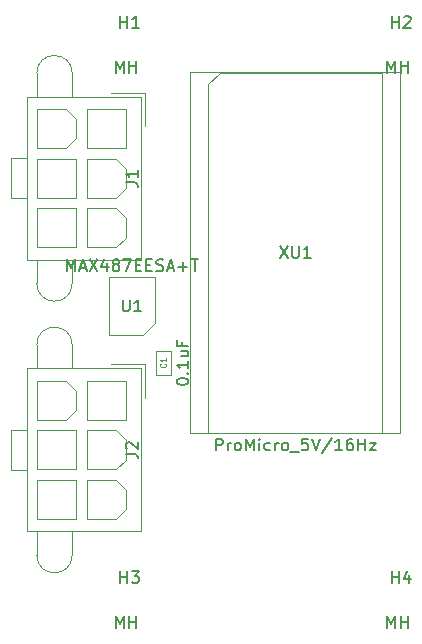
<source format=gbr>
G04 #@! TF.GenerationSoftware,KiCad,Pcbnew,(5.1.9)-1*
G04 #@! TF.CreationDate,2022-07-29T09:29:54-06:00*
G04 #@! TF.ProjectId,ABSIS_ALE,41425349-535f-4414-9c45-2e6b69636164,1*
G04 #@! TF.SameCoordinates,Original*
G04 #@! TF.FileFunction,Other,Fab,Top*
%FSLAX46Y46*%
G04 Gerber Fmt 4.6, Leading zero omitted, Abs format (unit mm)*
G04 Created by KiCad (PCBNEW (5.1.9)-1) date 2022-07-29 09:29:54*
%MOMM*%
%LPD*%
G01*
G04 APERTURE LIST*
%ADD10C,0.100000*%
%ADD11C,0.150000*%
%ADD12C,0.080000*%
G04 APERTURE END LIST*
D10*
X140802600Y-70053200D02*
X154532600Y-70053200D01*
X154532600Y-70053200D02*
X154532600Y-100533200D01*
X154532600Y-100533200D02*
X139802600Y-100533200D01*
X139802600Y-100533200D02*
X139802600Y-71053200D01*
X139802600Y-71053200D02*
X140802600Y-70053200D01*
X138277600Y-69993200D02*
X138277600Y-100593200D01*
X138277600Y-100593200D02*
X156057600Y-100593200D01*
X156057600Y-100593200D02*
X156057600Y-69993200D01*
X156057600Y-69993200D02*
X138277600Y-69993200D01*
X134285000Y-92260000D02*
X131360000Y-92260000D01*
X131360000Y-92260000D02*
X131360000Y-87360000D01*
X131360000Y-87360000D02*
X135260000Y-87360000D01*
X135260000Y-87360000D02*
X135260000Y-91285000D01*
X135260000Y-91285000D02*
X134285000Y-92260000D01*
X128270000Y-93110000D02*
X128270000Y-95110000D01*
X125270000Y-93110000D02*
X125270000Y-95110000D01*
X128270000Y-110910000D02*
X128270000Y-108910000D01*
X125270000Y-110910000D02*
X125270000Y-108910000D01*
X134060000Y-95110000D02*
X124460000Y-95110000D01*
X124460000Y-95110000D02*
X124460000Y-108910000D01*
X124460000Y-108910000D02*
X134060000Y-108910000D01*
X134060000Y-108910000D02*
X134060000Y-95110000D01*
X124460000Y-100310000D02*
X123060000Y-100310000D01*
X123060000Y-100310000D02*
X123060000Y-103710000D01*
X123060000Y-103710000D02*
X124460000Y-103710000D01*
X132810000Y-96160000D02*
X129510000Y-96160000D01*
X129510000Y-96160000D02*
X129510000Y-99460000D01*
X129510000Y-99460000D02*
X132810000Y-99460000D01*
X132810000Y-99460000D02*
X132810000Y-96160000D01*
X125310000Y-96160000D02*
X127785000Y-96160000D01*
X127785000Y-96160000D02*
X128610000Y-96985000D01*
X128610000Y-96985000D02*
X128610000Y-98635000D01*
X128610000Y-98635000D02*
X127785000Y-99460000D01*
X127785000Y-99460000D02*
X125310000Y-99460000D01*
X125310000Y-99460000D02*
X125310000Y-96160000D01*
X128610000Y-100360000D02*
X125310000Y-100360000D01*
X125310000Y-100360000D02*
X125310000Y-103660000D01*
X125310000Y-103660000D02*
X128610000Y-103660000D01*
X128610000Y-103660000D02*
X128610000Y-100360000D01*
X129510000Y-100360000D02*
X131985000Y-100360000D01*
X131985000Y-100360000D02*
X132810000Y-101185000D01*
X132810000Y-101185000D02*
X132810000Y-102835000D01*
X132810000Y-102835000D02*
X131985000Y-103660000D01*
X131985000Y-103660000D02*
X129510000Y-103660000D01*
X129510000Y-103660000D02*
X129510000Y-100360000D01*
X128610000Y-104560000D02*
X125310000Y-104560000D01*
X125310000Y-104560000D02*
X125310000Y-107860000D01*
X125310000Y-107860000D02*
X128610000Y-107860000D01*
X128610000Y-107860000D02*
X128610000Y-104560000D01*
X129510000Y-104560000D02*
X131985000Y-104560000D01*
X131985000Y-104560000D02*
X132810000Y-105385000D01*
X132810000Y-105385000D02*
X132810000Y-107035000D01*
X132810000Y-107035000D02*
X131985000Y-107860000D01*
X131985000Y-107860000D02*
X129510000Y-107860000D01*
X129510000Y-107860000D02*
X129510000Y-104560000D01*
X134410000Y-97610000D02*
X134410000Y-94760000D01*
X134410000Y-94760000D02*
X131560000Y-94760000D01*
X125270000Y-110910000D02*
G75*
G03*
X128270000Y-110910000I1500000J0D01*
G01*
X128270000Y-93110000D02*
G75*
G03*
X125270000Y-93110000I-1500000J0D01*
G01*
X128270000Y-70110000D02*
X128270000Y-72110000D01*
X125270000Y-70110000D02*
X125270000Y-72110000D01*
X128270000Y-87910000D02*
X128270000Y-85910000D01*
X125270000Y-87910000D02*
X125270000Y-85910000D01*
X134060000Y-72110000D02*
X124460000Y-72110000D01*
X124460000Y-72110000D02*
X124460000Y-85910000D01*
X124460000Y-85910000D02*
X134060000Y-85910000D01*
X134060000Y-85910000D02*
X134060000Y-72110000D01*
X124460000Y-77310000D02*
X123060000Y-77310000D01*
X123060000Y-77310000D02*
X123060000Y-80710000D01*
X123060000Y-80710000D02*
X124460000Y-80710000D01*
X132810000Y-73160000D02*
X129510000Y-73160000D01*
X129510000Y-73160000D02*
X129510000Y-76460000D01*
X129510000Y-76460000D02*
X132810000Y-76460000D01*
X132810000Y-76460000D02*
X132810000Y-73160000D01*
X125310000Y-73160000D02*
X127785000Y-73160000D01*
X127785000Y-73160000D02*
X128610000Y-73985000D01*
X128610000Y-73985000D02*
X128610000Y-75635000D01*
X128610000Y-75635000D02*
X127785000Y-76460000D01*
X127785000Y-76460000D02*
X125310000Y-76460000D01*
X125310000Y-76460000D02*
X125310000Y-73160000D01*
X128610000Y-77360000D02*
X125310000Y-77360000D01*
X125310000Y-77360000D02*
X125310000Y-80660000D01*
X125310000Y-80660000D02*
X128610000Y-80660000D01*
X128610000Y-80660000D02*
X128610000Y-77360000D01*
X129510000Y-77360000D02*
X131985000Y-77360000D01*
X131985000Y-77360000D02*
X132810000Y-78185000D01*
X132810000Y-78185000D02*
X132810000Y-79835000D01*
X132810000Y-79835000D02*
X131985000Y-80660000D01*
X131985000Y-80660000D02*
X129510000Y-80660000D01*
X129510000Y-80660000D02*
X129510000Y-77360000D01*
X128610000Y-81560000D02*
X125310000Y-81560000D01*
X125310000Y-81560000D02*
X125310000Y-84860000D01*
X125310000Y-84860000D02*
X128610000Y-84860000D01*
X128610000Y-84860000D02*
X128610000Y-81560000D01*
X129510000Y-81560000D02*
X131985000Y-81560000D01*
X131985000Y-81560000D02*
X132810000Y-82385000D01*
X132810000Y-82385000D02*
X132810000Y-84035000D01*
X132810000Y-84035000D02*
X131985000Y-84860000D01*
X131985000Y-84860000D02*
X129510000Y-84860000D01*
X129510000Y-84860000D02*
X129510000Y-81560000D01*
X134410000Y-74610000D02*
X134410000Y-71760000D01*
X134410000Y-71760000D02*
X131560000Y-71760000D01*
X125270000Y-87910000D02*
G75*
G03*
X128270000Y-87910000I1500000J0D01*
G01*
X128270000Y-70110000D02*
G75*
G03*
X125270000Y-70110000I-1500000J0D01*
G01*
X136603900Y-95625200D02*
X135353900Y-95625200D01*
X135353900Y-95625200D02*
X135353900Y-93625200D01*
X135353900Y-93625200D02*
X136603900Y-93625200D01*
X136603900Y-93625200D02*
X136603900Y-95625200D01*
D11*
X140453314Y-102045580D02*
X140453314Y-101045580D01*
X140834266Y-101045580D01*
X140929504Y-101093200D01*
X140977123Y-101140819D01*
X141024742Y-101236057D01*
X141024742Y-101378914D01*
X140977123Y-101474152D01*
X140929504Y-101521771D01*
X140834266Y-101569390D01*
X140453314Y-101569390D01*
X141453314Y-102045580D02*
X141453314Y-101378914D01*
X141453314Y-101569390D02*
X141500933Y-101474152D01*
X141548552Y-101426533D01*
X141643790Y-101378914D01*
X141739028Y-101378914D01*
X142215219Y-102045580D02*
X142119980Y-101997961D01*
X142072361Y-101950342D01*
X142024742Y-101855104D01*
X142024742Y-101569390D01*
X142072361Y-101474152D01*
X142119980Y-101426533D01*
X142215219Y-101378914D01*
X142358076Y-101378914D01*
X142453314Y-101426533D01*
X142500933Y-101474152D01*
X142548552Y-101569390D01*
X142548552Y-101855104D01*
X142500933Y-101950342D01*
X142453314Y-101997961D01*
X142358076Y-102045580D01*
X142215219Y-102045580D01*
X142977123Y-102045580D02*
X142977123Y-101045580D01*
X143310457Y-101759866D01*
X143643790Y-101045580D01*
X143643790Y-102045580D01*
X144119980Y-102045580D02*
X144119980Y-101378914D01*
X144119980Y-101045580D02*
X144072361Y-101093200D01*
X144119980Y-101140819D01*
X144167600Y-101093200D01*
X144119980Y-101045580D01*
X144119980Y-101140819D01*
X145024742Y-101997961D02*
X144929504Y-102045580D01*
X144739028Y-102045580D01*
X144643790Y-101997961D01*
X144596171Y-101950342D01*
X144548552Y-101855104D01*
X144548552Y-101569390D01*
X144596171Y-101474152D01*
X144643790Y-101426533D01*
X144739028Y-101378914D01*
X144929504Y-101378914D01*
X145024742Y-101426533D01*
X145453314Y-102045580D02*
X145453314Y-101378914D01*
X145453314Y-101569390D02*
X145500933Y-101474152D01*
X145548552Y-101426533D01*
X145643790Y-101378914D01*
X145739028Y-101378914D01*
X146215219Y-102045580D02*
X146119980Y-101997961D01*
X146072361Y-101950342D01*
X146024742Y-101855104D01*
X146024742Y-101569390D01*
X146072361Y-101474152D01*
X146119980Y-101426533D01*
X146215219Y-101378914D01*
X146358076Y-101378914D01*
X146453314Y-101426533D01*
X146500933Y-101474152D01*
X146548552Y-101569390D01*
X146548552Y-101855104D01*
X146500933Y-101950342D01*
X146453314Y-101997961D01*
X146358076Y-102045580D01*
X146215219Y-102045580D01*
X146739028Y-102140819D02*
X147500933Y-102140819D01*
X148215219Y-101045580D02*
X147739028Y-101045580D01*
X147691409Y-101521771D01*
X147739028Y-101474152D01*
X147834266Y-101426533D01*
X148072361Y-101426533D01*
X148167600Y-101474152D01*
X148215219Y-101521771D01*
X148262838Y-101617009D01*
X148262838Y-101855104D01*
X148215219Y-101950342D01*
X148167600Y-101997961D01*
X148072361Y-102045580D01*
X147834266Y-102045580D01*
X147739028Y-101997961D01*
X147691409Y-101950342D01*
X148548552Y-101045580D02*
X148881885Y-102045580D01*
X149215219Y-101045580D01*
X150262838Y-100997961D02*
X149405695Y-102283676D01*
X151119980Y-102045580D02*
X150548552Y-102045580D01*
X150834266Y-102045580D02*
X150834266Y-101045580D01*
X150739028Y-101188438D01*
X150643790Y-101283676D01*
X150548552Y-101331295D01*
X151977123Y-101045580D02*
X151786647Y-101045580D01*
X151691409Y-101093200D01*
X151643790Y-101140819D01*
X151548552Y-101283676D01*
X151500933Y-101474152D01*
X151500933Y-101855104D01*
X151548552Y-101950342D01*
X151596171Y-101997961D01*
X151691409Y-102045580D01*
X151881885Y-102045580D01*
X151977123Y-101997961D01*
X152024742Y-101950342D01*
X152072361Y-101855104D01*
X152072361Y-101617009D01*
X152024742Y-101521771D01*
X151977123Y-101474152D01*
X151881885Y-101426533D01*
X151691409Y-101426533D01*
X151596171Y-101474152D01*
X151548552Y-101521771D01*
X151500933Y-101617009D01*
X152500933Y-102045580D02*
X152500933Y-101045580D01*
X152500933Y-101521771D02*
X153072361Y-101521771D01*
X153072361Y-102045580D02*
X153072361Y-101045580D01*
X153453314Y-101378914D02*
X153977123Y-101378914D01*
X153453314Y-102045580D01*
X153977123Y-102045580D01*
X145834266Y-84745580D02*
X146500933Y-85745580D01*
X146500933Y-84745580D02*
X145834266Y-85745580D01*
X146881885Y-84745580D02*
X146881885Y-85555104D01*
X146929504Y-85650342D01*
X146977123Y-85697961D01*
X147072361Y-85745580D01*
X147262838Y-85745580D01*
X147358076Y-85697961D01*
X147405695Y-85650342D01*
X147453314Y-85555104D01*
X147453314Y-84745580D01*
X148453314Y-85745580D02*
X147881885Y-85745580D01*
X148167600Y-85745580D02*
X148167600Y-84745580D01*
X148072361Y-84888438D01*
X147977123Y-84983676D01*
X147881885Y-85031295D01*
X127833809Y-86862380D02*
X127833809Y-85862380D01*
X128167142Y-86576666D01*
X128500476Y-85862380D01*
X128500476Y-86862380D01*
X128929047Y-86576666D02*
X129405238Y-86576666D01*
X128833809Y-86862380D02*
X129167142Y-85862380D01*
X129500476Y-86862380D01*
X129738571Y-85862380D02*
X130405238Y-86862380D01*
X130405238Y-85862380D02*
X129738571Y-86862380D01*
X131214761Y-86195714D02*
X131214761Y-86862380D01*
X130976666Y-85814761D02*
X130738571Y-86529047D01*
X131357619Y-86529047D01*
X131881428Y-86290952D02*
X131786190Y-86243333D01*
X131738571Y-86195714D01*
X131690952Y-86100476D01*
X131690952Y-86052857D01*
X131738571Y-85957619D01*
X131786190Y-85910000D01*
X131881428Y-85862380D01*
X132071904Y-85862380D01*
X132167142Y-85910000D01*
X132214761Y-85957619D01*
X132262380Y-86052857D01*
X132262380Y-86100476D01*
X132214761Y-86195714D01*
X132167142Y-86243333D01*
X132071904Y-86290952D01*
X131881428Y-86290952D01*
X131786190Y-86338571D01*
X131738571Y-86386190D01*
X131690952Y-86481428D01*
X131690952Y-86671904D01*
X131738571Y-86767142D01*
X131786190Y-86814761D01*
X131881428Y-86862380D01*
X132071904Y-86862380D01*
X132167142Y-86814761D01*
X132214761Y-86767142D01*
X132262380Y-86671904D01*
X132262380Y-86481428D01*
X132214761Y-86386190D01*
X132167142Y-86338571D01*
X132071904Y-86290952D01*
X132595714Y-85862380D02*
X133262380Y-85862380D01*
X132833809Y-86862380D01*
X133643333Y-86338571D02*
X133976666Y-86338571D01*
X134119523Y-86862380D02*
X133643333Y-86862380D01*
X133643333Y-85862380D01*
X134119523Y-85862380D01*
X134548095Y-86338571D02*
X134881428Y-86338571D01*
X135024285Y-86862380D02*
X134548095Y-86862380D01*
X134548095Y-85862380D01*
X135024285Y-85862380D01*
X135405238Y-86814761D02*
X135548095Y-86862380D01*
X135786190Y-86862380D01*
X135881428Y-86814761D01*
X135929047Y-86767142D01*
X135976666Y-86671904D01*
X135976666Y-86576666D01*
X135929047Y-86481428D01*
X135881428Y-86433809D01*
X135786190Y-86386190D01*
X135595714Y-86338571D01*
X135500476Y-86290952D01*
X135452857Y-86243333D01*
X135405238Y-86148095D01*
X135405238Y-86052857D01*
X135452857Y-85957619D01*
X135500476Y-85910000D01*
X135595714Y-85862380D01*
X135833809Y-85862380D01*
X135976666Y-85910000D01*
X136357619Y-86576666D02*
X136833809Y-86576666D01*
X136262380Y-86862380D02*
X136595714Y-85862380D01*
X136929047Y-86862380D01*
X137262380Y-86481428D02*
X138024285Y-86481428D01*
X137643333Y-86862380D02*
X137643333Y-86100476D01*
X138357619Y-85862380D02*
X138929047Y-85862380D01*
X138643333Y-86862380D02*
X138643333Y-85862380D01*
X132563333Y-89273333D02*
X132563333Y-90066666D01*
X132610000Y-90160000D01*
X132656666Y-90206666D01*
X132750000Y-90253333D01*
X132936666Y-90253333D01*
X133030000Y-90206666D01*
X133076666Y-90160000D01*
X133123333Y-90066666D01*
X133123333Y-89273333D01*
X134103333Y-90253333D02*
X133543333Y-90253333D01*
X133823333Y-90253333D02*
X133823333Y-89273333D01*
X133730000Y-89413333D01*
X133636666Y-89506666D01*
X133543333Y-89553333D01*
X132812380Y-102343333D02*
X133526666Y-102343333D01*
X133669523Y-102390952D01*
X133764761Y-102486190D01*
X133812380Y-102629047D01*
X133812380Y-102724285D01*
X132907619Y-101914761D02*
X132860000Y-101867142D01*
X132812380Y-101771904D01*
X132812380Y-101533809D01*
X132860000Y-101438571D01*
X132907619Y-101390952D01*
X133002857Y-101343333D01*
X133098095Y-101343333D01*
X133240952Y-101390952D01*
X133812380Y-101962380D01*
X133812380Y-101343333D01*
X132812380Y-79343333D02*
X133526666Y-79343333D01*
X133669523Y-79390952D01*
X133764761Y-79486190D01*
X133812380Y-79629047D01*
X133812380Y-79724285D01*
X133812380Y-78343333D02*
X133812380Y-78914761D01*
X133812380Y-78629047D02*
X132812380Y-78629047D01*
X132955238Y-78724285D01*
X133050476Y-78819523D01*
X133098095Y-78914761D01*
X137111280Y-96268057D02*
X137111280Y-96172819D01*
X137158900Y-96077580D01*
X137206519Y-96029961D01*
X137301757Y-95982342D01*
X137492233Y-95934723D01*
X137730328Y-95934723D01*
X137920804Y-95982342D01*
X138016042Y-96029961D01*
X138063661Y-96077580D01*
X138111280Y-96172819D01*
X138111280Y-96268057D01*
X138063661Y-96363295D01*
X138016042Y-96410914D01*
X137920804Y-96458533D01*
X137730328Y-96506152D01*
X137492233Y-96506152D01*
X137301757Y-96458533D01*
X137206519Y-96410914D01*
X137158900Y-96363295D01*
X137111280Y-96268057D01*
X138016042Y-95506152D02*
X138063661Y-95458533D01*
X138111280Y-95506152D01*
X138063661Y-95553771D01*
X138016042Y-95506152D01*
X138111280Y-95506152D01*
X138111280Y-94506152D02*
X138111280Y-95077580D01*
X138111280Y-94791866D02*
X137111280Y-94791866D01*
X137254138Y-94887104D01*
X137349376Y-94982342D01*
X137396995Y-95077580D01*
X137444614Y-93649009D02*
X138111280Y-93649009D01*
X137444614Y-94077580D02*
X137968423Y-94077580D01*
X138063661Y-94029961D01*
X138111280Y-93934723D01*
X138111280Y-93791866D01*
X138063661Y-93696628D01*
X138016042Y-93649009D01*
X137587471Y-92839485D02*
X137587471Y-93172819D01*
X138111280Y-93172819D02*
X137111280Y-93172819D01*
X137111280Y-92696628D01*
D12*
X136157471Y-94708533D02*
X136181280Y-94732342D01*
X136205090Y-94803771D01*
X136205090Y-94851390D01*
X136181280Y-94922819D01*
X136133661Y-94970438D01*
X136086042Y-94994247D01*
X135990804Y-95018057D01*
X135919376Y-95018057D01*
X135824138Y-94994247D01*
X135776519Y-94970438D01*
X135728900Y-94922819D01*
X135705090Y-94851390D01*
X135705090Y-94803771D01*
X135728900Y-94732342D01*
X135752709Y-94708533D01*
X136205090Y-94232342D02*
X136205090Y-94518057D01*
X136205090Y-94375200D02*
X135705090Y-94375200D01*
X135776519Y-94422819D01*
X135824138Y-94470438D01*
X135847947Y-94518057D01*
D11*
X154952857Y-117062380D02*
X154952857Y-116062380D01*
X155286190Y-116776666D01*
X155619523Y-116062380D01*
X155619523Y-117062380D01*
X156095714Y-117062380D02*
X156095714Y-116062380D01*
X156095714Y-116538571D02*
X156667142Y-116538571D01*
X156667142Y-117062380D02*
X156667142Y-116062380D01*
X155348095Y-113262380D02*
X155348095Y-112262380D01*
X155348095Y-112738571D02*
X155919523Y-112738571D01*
X155919523Y-113262380D02*
X155919523Y-112262380D01*
X156824285Y-112595714D02*
X156824285Y-113262380D01*
X156586190Y-112214761D02*
X156348095Y-112929047D01*
X156967142Y-112929047D01*
X131952857Y-117062380D02*
X131952857Y-116062380D01*
X132286190Y-116776666D01*
X132619523Y-116062380D01*
X132619523Y-117062380D01*
X133095714Y-117062380D02*
X133095714Y-116062380D01*
X133095714Y-116538571D02*
X133667142Y-116538571D01*
X133667142Y-117062380D02*
X133667142Y-116062380D01*
X132348095Y-113262380D02*
X132348095Y-112262380D01*
X132348095Y-112738571D02*
X132919523Y-112738571D01*
X132919523Y-113262380D02*
X132919523Y-112262380D01*
X133300476Y-112262380D02*
X133919523Y-112262380D01*
X133586190Y-112643333D01*
X133729047Y-112643333D01*
X133824285Y-112690952D01*
X133871904Y-112738571D01*
X133919523Y-112833809D01*
X133919523Y-113071904D01*
X133871904Y-113167142D01*
X133824285Y-113214761D01*
X133729047Y-113262380D01*
X133443333Y-113262380D01*
X133348095Y-113214761D01*
X133300476Y-113167142D01*
X154952857Y-70062380D02*
X154952857Y-69062380D01*
X155286190Y-69776666D01*
X155619523Y-69062380D01*
X155619523Y-70062380D01*
X156095714Y-70062380D02*
X156095714Y-69062380D01*
X156095714Y-69538571D02*
X156667142Y-69538571D01*
X156667142Y-70062380D02*
X156667142Y-69062380D01*
X155348095Y-66262380D02*
X155348095Y-65262380D01*
X155348095Y-65738571D02*
X155919523Y-65738571D01*
X155919523Y-66262380D02*
X155919523Y-65262380D01*
X156348095Y-65357619D02*
X156395714Y-65310000D01*
X156490952Y-65262380D01*
X156729047Y-65262380D01*
X156824285Y-65310000D01*
X156871904Y-65357619D01*
X156919523Y-65452857D01*
X156919523Y-65548095D01*
X156871904Y-65690952D01*
X156300476Y-66262380D01*
X156919523Y-66262380D01*
X131952857Y-70062380D02*
X131952857Y-69062380D01*
X132286190Y-69776666D01*
X132619523Y-69062380D01*
X132619523Y-70062380D01*
X133095714Y-70062380D02*
X133095714Y-69062380D01*
X133095714Y-69538571D02*
X133667142Y-69538571D01*
X133667142Y-70062380D02*
X133667142Y-69062380D01*
X132348095Y-66262380D02*
X132348095Y-65262380D01*
X132348095Y-65738571D02*
X132919523Y-65738571D01*
X132919523Y-66262380D02*
X132919523Y-65262380D01*
X133919523Y-66262380D02*
X133348095Y-66262380D01*
X133633809Y-66262380D02*
X133633809Y-65262380D01*
X133538571Y-65405238D01*
X133443333Y-65500476D01*
X133348095Y-65548095D01*
M02*

</source>
